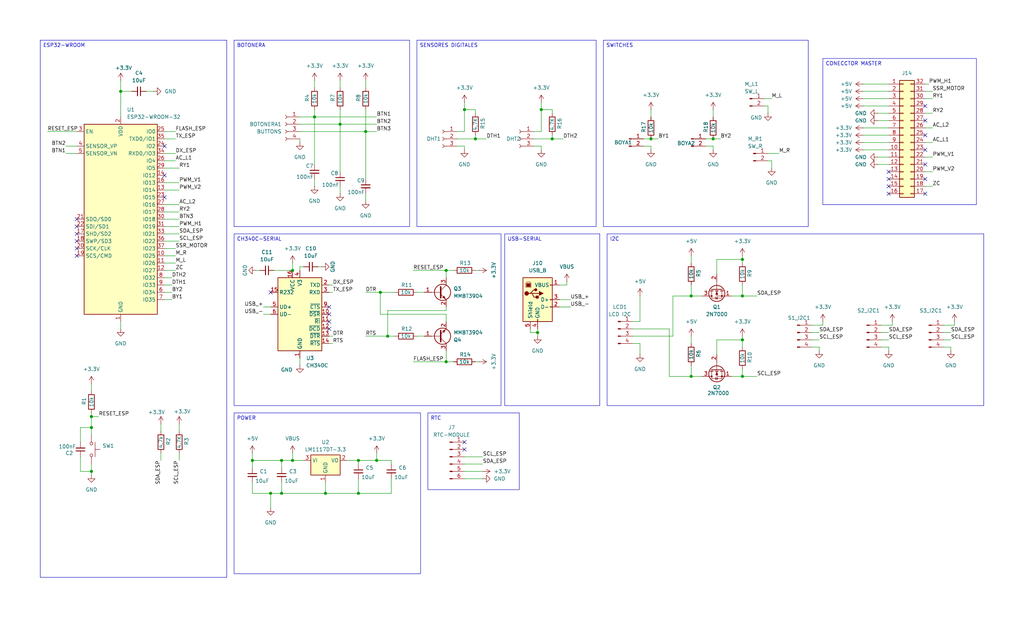
<source format=kicad_sch>
(kicad_sch (version 20250114) (generator "eeschema") (generator_version "9.0")
  (paper "USLegal")
  (title_block (title "CONTROLADORA IOT  - MAIN BOARD") (date "2025-12-11") (company "JESUS TUBAY") (comment 1 "VERSIÓN 2.0"))
  (lib_symbols
    (symbol "Connector:Conn_01x02_Pin" (pin_names (offset 1.016) (hide yes))
      (property "Reference" "J" (at 0 2.54 0))
      (property "Value" "Conn_01x02_Pin" (at 0 -5.08 0))
      (symbol "Conn_01x02_Pin_1_1"
        (pin passive line (at 5.08 0 180) (length 3.81) (name "Pin_1") (number "1"))
        (pin passive line (at 5.08 -2.54 180) (length 3.81) (name "Pin_2") (number "2"))
      )
    )
    (symbol "Connector:Conn_01x03_Socket" (pin_names (offset 1.016) (hide yes))
      (property "Reference" "J" (at 0 5.08 0))
      (property "Value" "Conn_01x03_Socket" (at 0 -5.08 0))
      (symbol "Conn_01x03_Socket_1_1"
        (pin passive line (at -5.08 2.54 0) (length 3.81) (name "Pin_1") (number "1"))
        (pin passive line (at -5.08 0 0) (length 3.81) (name "Pin_2") (number "2"))
        (pin passive line (at -5.08 -2.54 0) (length 3.81) (name "Pin_3") (number "3"))
      )
    )
    (symbol "Connector:Conn_01x04_Pin" (pin_names (offset 1.016) (hide yes))
      (property "Reference" "J" (at 0 5.08 0))
      (property "Value" "Conn_01x04_Pin" (at 0 -7.62 0))
      (symbol "Conn_01x04_Pin_1_1"
        (pin passive line (at 5.08 2.54 180) (length 3.81) (name "Pin_1") (number "1"))
        (pin passive line (at 5.08 0 180) (length 3.81) (name "Pin_2") (number "2"))
        (pin passive line (at 5.08 -2.54 180) (length 3.81) (name "Pin_3") (number "3"))
        (pin passive line (at 5.08 -5.08 180) (length 3.81) (name "Pin_4") (number "4"))
      )
    )
    (symbol "Connector:Conn_01x04_Socket" (pin_names (offset 1.016) (hide yes))
      (property "Reference" "J" (at 0 5.08 0))
      (property "Value" "Conn_01x04_Socket" (at 0 -7.62 0))
      (symbol "Conn_01x04_Socket_1_1"
        (pin passive line (at -5.08 2.54 0) (length 3.81) (name "Pin_1") (number "1"))
        (pin passive line (at -5.08 0 0) (length 3.81) (name "Pin_2") (number "2"))
        (pin passive line (at -5.08 -2.54 0) (length 3.81) (name "Pin_3") (number "3"))
        (pin passive line (at -5.08 -5.08 0) (length 3.81) (name "Pin_4") (number "4"))
      )
    )
    (symbol "Connector:Conn_01x06_Pin" (pin_names (offset 1.016) (hide yes))
      (property "Reference" "J" (at 0 7.62 0))
      (property "Value" "Conn_01x06_Pin" (at 0 -10.16 0))
      (symbol "Conn_01x06_Pin_1_1"
        (pin passive line (at 5.08 5.08 180) (length 3.81) (name "Pin_1") (number "1"))
        (pin passive line (at 5.08 2.54 180) (length 3.81) (name "Pin_2") (number "2"))
        (pin passive line (at 5.08 0 180) (length 3.81) (name "Pin_3") (number "3"))
        (pin passive line (at 5.08 -2.54 180) (length 3.81) (name "Pin_4") (number "4"))
        (pin passive line (at 5.08 -5.08 180) (length 3.81) (name "Pin_5") (number "5"))
        (pin passive line (at 5.08 -7.62 180) (length 3.81) (name "Pin_6") (number "6"))
      )
    )
    (symbol "Connector:USB_B" (pin_names (offset 1.016))
      (property "Reference" "J" (at -5.08 11.43 0))
      (property "Value" "USB_B" (at -5.08 8.89 0))
      (symbol "USB_B_1_1"
        (pin passive line (at -2.54 -10.16 90) (length 2.54) (name "Shield") (number "5"))
        (pin power_out line (at 0 -10.16 90) (length 2.54) (name "GND") (number "4"))
        (pin power_out line (at 7.62 5.08 180) (length 2.54) (name "VBUS") (number "1"))
        (pin bidirectional line (at 7.62 0 180) (length 2.54) (name "D+") (number "3"))
        (pin bidirectional line (at 7.62 -2.54 180) (length 2.54) (name "D-") (number "2"))
      )
    )
    (symbol "Connector_Generic:Conn_02x16_Counter_Clockwise" (pin_names (offset 1.016) (hide yes))
      (property "Reference" "J" (at 1.27 20.32 0))
      (property "Value" "Conn_02x16_Counter_Clockwise" (at 1.27 -22.86 0))
      (symbol "Conn_02x16_Counter_Clockwise_1_1"
        (pin passive line (at -5.08 17.78 0) (length 3.81) (name "Pin_1") (number "1"))
        (pin passive line (at -5.08 15.24 0) (length 3.81) (name "Pin_2") (number "2"))
        (pin passive line (at -5.08 12.7 0) (length 3.81) (name "Pin_3") (number "3"))
        (pin passive line (at -5.08 10.16 0) (length 3.81) (name "Pin_4") (number "4"))
        (pin passive line (at -5.08 7.62 0) (length 3.81) (name "Pin_5") (number "5"))
        (pin passive line (at -5.08 5.08 0) (length 3.81) (name "Pin_6") (number "6"))
        (pin passive line (at -5.08 2.54 0) (length 3.81) (name "Pin_7") (number "7"))
        (pin passive line (at -5.08 0 0) (length 3.81) (name "Pin_8") (number "8"))
        (pin passive line (at -5.08 -2.54 0) (length 3.81) (name "Pin_9") (number "9"))
        (pin passive line (at -5.08 -5.08 0) (length 3.81) (name "Pin_10") (number "10"))
        (pin passive line (at -5.08 -7.62 0) (length 3.81) (name "Pin_11") (number "11"))
        (pin passive line (at -5.08 -10.16 0) (length 3.81) (name "Pin_12") (number "12"))
        (pin passive line (at -5.08 -12.7 0) (length 3.81) (name "Pin_13") (number "13"))
        (pin passive line (at -5.08 -15.24 0) (length 3.81) (name "Pin_14") (number "14"))
        (pin passive line (at -5.08 -17.78 0) (length 3.81) (name "Pin_15") (number "15"))
        (pin passive line (at -5.08 -20.32 0) (length 3.81) (name "Pin_16") (number "16"))
        (pin passive line (at 7.62 17.78 180) (length 3.81) (name "Pin_32") (number "32"))
        (pin passive line (at 7.62 15.24 180) (length 3.81) (name "Pin_31") (number "31"))
        (pin passive line (at 7.62 12.7 180) (length 3.81) (name "Pin_30") (number "30"))
        (pin passive line (at 7.62 10.16 180) (length 3.81) (name "Pin_29") (number "29"))
        (pin passive line (at 7.62 7.62 180) (length 3.81) (name "Pin_28") (number "28"))
        (pin passive line (at 7.62 5.08 180) (length 3.81) (name "Pin_27") (number "27"))
        (pin passive line (at 7.62 2.54 180) (length 3.81) (name "Pin_26") (number "26"))
        (pin passive line (at 7.62 0 180) (length 3.81) (name "Pin_25") (number "25"))
        (pin passive line (at 7.62 -2.54 180) (length 3.81) (name "Pin_24") (number "24"))
        (pin passive line (at 7.62 -5.08 180) (length 3.81) (name "Pin_23") (number "23"))
        (pin passive line (at 7.62 -7.62 180) (length 3.81) (name "Pin_22") (number "22"))
        (pin passive line (at 7.62 -10.16 180) (length 3.81) (name "Pin_21") (number "21"))
        (pin passive line (at 7.62 -12.7 180) (length 3.81) (name "Pin_20") (number "20"))
        (pin passive line (at 7.62 -15.24 180) (length 3.81) (name "Pin_19") (number "19"))
        (pin passive line (at 7.62 -17.78 180) (length 3.81) (name "Pin_18") (number "18"))
        (pin passive line (at 7.62 -20.32 180) (length 3.81) (name "Pin_17") (number "17"))
      )
    )
    (symbol "Device:C_Small" (pin_numbers (hide yes)) (pin_names (offset 0.254) (hide yes))
      (property "Reference" "C" (at 0.254 1.778 0))
      (property "Value" "C_Small" (at 0.254 -2.032 0))
      (symbol "C_Small_1_1"
        (pin passive line (at 0 2.54 270) (length 2.032) (name "~") (number "1"))
        (pin passive line (at 0 -2.54 90) (length 2.032) (name "~") (number "2"))
      )
    )
    (symbol "Device:R" (pin_numbers (hide yes)) (pin_names (offset 0))
      (property "Reference" "R" (at 2.032 0 90))
      (property "Value" "R" (at 0 0 90))
      (symbol "R_1_1"
        (pin passive line (at 0 3.81 270) (length 1.27) (name "~") (number "1"))
        (pin passive line (at 0 -3.81 90) (length 1.27) (name "~") (number "2"))
      )
    )
    (symbol "Interface_USB:CH340C"
      (property "Reference" "U" (at -5.08 13.97 0))
      (property "Value" "CH340C" (at 1.27 13.97 0))
      (symbol "CH340C_1_1"
        (pin input line (at -10.16 7.62 0) (length 2.54) (name "R232") (number "15"))
        (pin bidirectional line (at -10.16 2.54 0) (length 2.54) (name "UD+") (number "5"))
        (pin bidirectional line (at -10.16 0 0) (length 2.54) (name "UD-") (number "6"))
        (pin no_connect line (at -7.62 -5.08 0) (length 2.54) (hide yes) (name "NC") (number "7"))
        (pin no_connect line (at -7.62 -7.62 0) (length 2.54) (hide yes) (name "NC") (number "8"))
        (pin power_in line (at -2.54 15.24 270) (length 2.54) (name "VCC") (number "16"))
        (pin power_out line (at 0 15.24 270) (length 2.54) (name "V3") (number "4"))
        (pin power_in line (at 0 -15.24 90) (length 2.54) (name "GND") (number "1"))
        (pin output line (at 10.16 10.16 180) (length 2.54) (name "TXD") (number "2"))
        (pin input line (at 10.16 7.62 180) (length 2.54) (name "RXD") (number "3"))
        (pin input line (at 10.16 2.54 180) (length 2.54) (name "~{CTS}") (number "9"))
        (pin input line (at 10.16 0 180) (length 2.54) (name "~{DSR}") (number "10"))
        (pin input line (at 10.16 -2.54 180) (length 2.54) (name "~{RI}") (number "11"))
        (pin input line (at 10.16 -5.08 180) (length 2.54) (name "~{DCD}") (number "12"))
        (pin output line (at 10.16 -7.62 180) (length 2.54) (name "~{DTR}") (number "13"))
        (pin output line (at 10.16 -10.16 180) (length 2.54) (name "~{RTS}") (number "14"))
      )
    )
    (symbol "RF_Module:ESP32-WROOM-32"
      (property "Reference" "U" (at -12.7 34.29 0))
      (property "Value" "ESP32-WROOM-32" (at 1.27 34.29 0))
      (symbol "ESP32-WROOM-32_1_1"
        (pin input line (at -15.24 30.48 0) (length 2.54) (name "EN") (number "3"))
        (pin input line (at -15.24 25.4 0) (length 2.54) (name "SENSOR_VP") (number "4"))
        (pin input line (at -15.24 22.86 0) (length 2.54) (name "SENSOR_VN") (number "5"))
        (pin bidirectional line (at -15.24 0 0) (length 2.54) (name "SDO/SD0") (number "21"))
        (pin bidirectional line (at -15.24 -2.54 0) (length 2.54) (name "SDI/SD1") (number "22"))
        (pin bidirectional line (at -15.24 -5.08 0) (length 2.54) (name "SHD/SD2") (number "17"))
        (pin bidirectional line (at -15.24 -7.62 0) (length 2.54) (name "SWP/SD3") (number "18"))
        (pin bidirectional line (at -15.24 -10.16 0) (length 2.54) (name "SCK/CLK") (number "20"))
        (pin bidirectional line (at -15.24 -12.7 0) (length 2.54) (name "SCS/CMD") (number "19"))
        (pin no_connect line (at -12.7 -27.94 0) (length 2.54) (hide yes) (name "NC") (number "32"))
        (pin power_in line (at 0 35.56 270) (length 2.54) (name "VDD") (number "2"))
        (pin power_in line (at 0 -35.56 90) (length 2.54) (name "GND") (number "1"))
        (pin passive line (at 0 -35.56 90) (length 2.54) (hide yes) (name "GND") (number "15"))
        (pin passive line (at 0 -35.56 90) (length 2.54) (hide yes) (name "GND") (number "38"))
        (pin passive line (at 0 -35.56 90) (length 2.54) (hide yes) (name "GND") (number "39"))
        (pin bidirectional line (at 15.24 30.48 180) (length 2.54) (name "IO0") (number "25"))
        (pin bidirectional line (at 15.24 27.94 180) (length 2.54) (name "TXD0/IO1") (number "35"))
        (pin bidirectional line (at 15.24 25.4 180) (length 2.54) (name "IO2") (number "24"))
        (pin bidirectional line (at 15.24 22.86 180) (length 2.54) (name "RXD0/IO3") (number "34"))
        (pin bidirectional line (at 15.24 20.32 180) (length 2.54) (name "IO4") (number "26"))
        (pin bidirectional line (at 15.24 17.78 180) (length 2.54) (name "IO5") (number "29"))
        (pin bidirectional line (at 15.24 15.24 180) (length 2.54) (name "IO12") (number "14"))
        (pin bidirectional line (at 15.24 12.7 180) (length 2.54) (name "IO13") (number "16"))
        (pin bidirectional line (at 15.24 10.16 180) (length 2.54) (name "IO14") (number "13"))
        (pin bidirectional line (at 15.24 7.62 180) (length 2.54) (name "IO15") (number "23"))
        (pin bidirectional line (at 15.24 5.08 180) (length 2.54) (name "IO16") (number "27"))
        (pin bidirectional line (at 15.24 2.54 180) (length 2.54) (name "IO17") (number "28"))
        (pin bidirectional line (at 15.24 0 180) (length 2.54) (name "IO18") (number "30"))
        (pin bidirectional line (at 15.24 -2.54 180) (length 2.54) (name "IO19") (number "31"))
        (pin bidirectional line (at 15.24 -5.08 180) (length 2.54) (name "IO21") (number "33"))
        (pin bidirectional line (at 15.24 -7.62 180) (length 2.54) (name "IO22") (number "36"))
        (pin bidirectional line (at 15.24 -10.16 180) (length 2.54) (name "IO23") (number "37"))
        (pin bidirectional line (at 15.24 -12.7 180) (length 2.54) (name "IO25") (number "10"))
        (pin bidirectional line (at 15.24 -15.24 180) (length 2.54) (name "IO26") (number "11"))
        (pin bidirectional line (at 15.24 -17.78 180) (length 2.54) (name "IO27") (number "12"))
        (pin bidirectional line (at 15.24 -20.32 180) (length 2.54) (name "IO32") (number "8"))
        (pin bidirectional line (at 15.24 -22.86 180) (length 2.54) (name "IO33") (number "9"))
        (pin input line (at 15.24 -25.4 180) (length 2.54) (name "IO34") (number "6"))
        (pin input line (at 15.24 -27.94 180) (length 2.54) (name "IO35") (number "7"))
      )
    )
    (symbol "Regulator_Linear:LM1117DT-3.3"
      (property "Reference" "U" (at -3.81 3.175 0))
      (property "Value" "LM1117DT-3.3" (at 0 3.175 0))
      (symbol "LM1117DT-3.3_1_1"
        (pin power_in line (at -7.62 0 0) (length 2.54) (name "VI") (number "3"))
        (pin power_in line (at 0 -7.62 90) (length 2.54) (name "GND") (number "1"))
        (pin power_out line (at 7.62 0 180) (length 2.54) (name "VO") (number "2"))
      )
    )
    (symbol "Switch:SW_Push" (pin_numbers (hide yes)) (pin_names (offset 1.016) (hide yes))
      (property "Reference" "SW" (at 1.27 2.54 0))
      (property "Value" "SW_Push" (at 0 -1.524 0))
      (symbol "SW_Push_0_1"
        (pin passive line (at -5.08 0 0) (length 2.54) (name "1") (number "1"))
        (pin passive line (at 5.08 0 180) (length 2.54) (name "2") (number "2"))
      )
    )
    (symbol "Transistor_BJT:MMBT3904" (pin_names (offset 0) (hide yes))
      (property "Reference" "Q" (at 5.08 1.905 0))
      (property "Value" "MMBT3904" (at 5.08 0 0))
      (symbol "MMBT3904_1_1"
        (pin input line (at -5.08 0 0) (length 2.54) (name "B") (number "1"))
        (pin passive line (at 2.54 5.08 270) (length 2.54) (name "C") (number "3"))
        (pin passive line (at 2.54 -5.08 90) (length 2.54) (name "E") (number "2"))
      )
    )
    (symbol "Transistor_FET:2N7000" (pin_names (hide yes))
      (property "Reference" "Q" (at 5.08 1.905 0))
      (property "Value" "2N7000" (at 5.08 0 0))
      (symbol "2N7000_1_1"
        (pin input line (at -5.08 0 0) (length 2.54) (name "G") (number "2"))
        (pin passive line (at 2.54 5.08 270) (length 2.54) (name "D") (number "3"))
        (pin passive line (at 2.54 -5.08 90) (length 2.54) (name "S") (number "1"))
      )
    )
    (symbol "power:+3.3V" (power) (pin_numbers (hide yes)) (pin_names (offset 0) (hide yes))
      (property "Value" "+3.3V" (at 0 3.556 0))
      (symbol "+3.3V_1_1"
        (pin power_in line (at 0 0 90) (length 0) (name "~") (number "1"))
      )
    )
    (symbol "power:+5V" (power) (pin_numbers (hide yes)) (pin_names (offset 0) (hide yes))
      (property "Value" "+5V" (at 0 3.556 0))
      (symbol "+5V_1_1"
        (pin power_in line (at 0 0 90) (length 0) (name "~") (number "1"))
      )
    )
    (symbol "power:GND" (power) (pin_numbers (hide yes)) (pin_names (offset 0) (hide yes))
      (property "Value" "GND" (at 0 -3.81 0))
      (symbol "GND_1_1"
        (pin power_in line (at 0 0 270) (length 0) (name "~") (number "1"))
      )
    )
    (symbol "power:VBUS" (power) (pin_numbers (hide yes)) (pin_names (offset 0) (hide yes))
      (property "Value" "VBUS" (at 0 3.556 0))
      (symbol "VBUS_1_1"
        (pin power_in line (at 0 0 90) (length 0) (name "~") (number "1"))
      )
    )
  )
  (text_box "CH340C-SERIAL\n" (at 81.28 81.28 0) (size 92.71 59.69) (margins 0.9525 0.9525 0.9525 0.9525) (effects (font (size 1.27 1.27)) (justify left top)))
  (text_box "BOTONERA" (at 81.28 13.97 0) (size 60.96 64.77) (margins 0.9525 0.9525 0.9525 0.9525) (effects (font (size 1.27 1.27)) (justify left top)))
  (text_box "ESP32-WROOM\n" (at 13.97 13.97 0) (size 64.77 186.69) (margins 0.9525 0.9525 0.9525 0.9525) (effects (font (size 1.27 1.27)) (justify left top)))
  (text_box "SENSORES DIGITALES" (at 144.78 13.97 0) (size 62.23 64.77) (margins 0.9525 0.9525 0.9525 0.9525) (effects (font (size 1.27 1.27)) (justify left top)))
  (text_box "USB-SERIAL" (at 175.26 81.28 0) (size 33.02 59.69) (margins 0.9525 0.9525 0.9525 0.9525) (effects (font (size 1.27 1.27)) (justify left top)))
  (text_box "I2C" (at 210.82 81.28 0) (size 130.81 59.69) (margins 0.9525 0.9525 0.9525 0.9525) (effects (font (size 1.27 1.27)) (justify left top)))
  (text_box "SWITCHES\n" (at 209.55 13.97 0) (size 71.12 64.77) (margins 0.9525 0.9525 0.9525 0.9525) (effects (font (size 1.27 1.27)) (justify left top)))
  (text_box "RTC\n" (at 148.59 143.51 0) (size 31.75 26.67) (margins 0.9525 0.9525 0.9525 0.9525) (effects (font (size 1.27 1.27)) (justify left top)))
  (text_box "POWER\n" (at 81.28 143.51 0) (size 64.77 55.88) (margins 0.9525 0.9525 0.9525 0.9525) (effects (font (size 1.27 1.27)) (justify left top)))
  (text_box "CONECCTOR MASTER\n" (at 285.75 20.32 0) (size 53.34 50.8) (margins 0.9525 0.9525 0.9525 0.9525) (effects (font (size 1.27 1.27)) (justify left top)))
  (junction (at 127 45.72))
  (junction (at 191.77 48.26))
  (junction (at 101.6 93.98))
  (junction (at 93.98 171.45))
  (junction (at 257.81 90.17))
  (junction (at 226.06 48.26))
  (junction (at 124.46 160.02))
  (junction (at 186.69 115.57))
  (junction (at 257.81 118.11))
  (junction (at 109.22 40.64))
  (junction (at 240.03 102.87))
  (junction (at 87.63 160.02))
  (junction (at 97.79 160.02))
  (junction (at 154.94 93.98))
  (junction (at 165.1 48.26))
  (junction (at 31.75 163.83))
  (junction (at 41.91 31.75))
  (junction (at 257.81 130.81))
  (junction (at 134.62 116.84))
  (junction (at 101.6 160.02))
  (junction (at 113.03 171.45))
  (junction (at 257.81 102.87))
  (junction (at 247.65 48.26))
  (junction (at 187.96 38.1))
  (junction (at 118.11 43.18))
  (junction (at 31.75 144.78))
  (junction (at 97.79 171.45))
  (junction (at 124.46 171.45))
  (junction (at 154.94 125.73))
  (junction (at 240.03 130.81))
  (junction (at 130.81 160.02))
  (junction (at 161.29 38.1))
  (junction (at 132.08 101.6))
  (junction (at 31.75 148.59))
  (no_connect (at 161.29 156.21))
  (no_connect (at 321.31 36.83))
  (no_connect (at 308.61 64.77))
  (no_connect (at 26.67 76.2))
  (no_connect (at 93.98 101.6))
  (no_connect (at 26.67 83.82))
  (no_connect (at 321.31 52.07))
  (no_connect (at 57.15 68.58))
  (no_connect (at 321.31 62.23))
  (no_connect (at 321.31 46.99))
  (no_connect (at 114.3 106.68))
  (no_connect (at 26.67 86.36))
  (no_connect (at 26.67 88.9))
  (no_connect (at 308.61 67.31))
  (no_connect (at 321.31 67.31))
  (no_connect (at 161.29 153.67))
  (no_connect (at 114.3 111.76))
  (no_connect (at 114.3 109.22))
  (no_connect (at 321.31 57.15))
  (no_connect (at 57.15 60.96))
  (no_connect (at 26.67 78.74))
  (no_connect (at 26.67 81.28))
  (no_connect (at 114.3 114.3))
  (no_connect (at 57.15 50.8))
  (no_connect (at 321.31 41.91))
  (no_connect (at 308.61 59.69))
  (no_connect (at 308.61 62.23))
  (wire (pts (xy 113.03 167.64) (xy 113.03 171.45)))
  (wire (pts (xy 284.48 120.65) (xy 281.94 120.65)))
  (wire (pts (xy 130.81 160.02) (xy 135.89 160.02)))
  (wire (pts (xy 257.81 90.17) (xy 257.81 91.44)))
  (wire (pts (xy 104.14 40.64) (xy 109.22 40.64)))
  (wire (pts (xy 104.14 43.18) (xy 118.11 43.18)))
  (wire (pts (xy 226.06 50.8) (xy 223.52 50.8)))
  (wire (pts (xy 187.96 35.56) (xy 187.96 38.1)))
  (wire (pts (xy 161.29 45.72) (xy 158.75 45.72)))
  (wire (pts (xy 127 45.72) (xy 127 62.23)))
  (wire (pts (xy 232.41 114.3) (xy 232.41 130.81)))
  (wire (pts (xy 232.41 130.81) (xy 240.03 130.81)))
  (wire (pts (xy 57.15 71.12) (xy 62.23 71.12)))
  (wire (pts (xy 113.03 171.45) (xy 97.79 171.45)))
  (wire (pts (xy 57.15 53.34) (xy 60.96 53.34)))
  (wire (pts (xy 257.81 130.81) (xy 262.89 130.81)))
  (wire (pts (xy 154.94 107.95) (xy 134.62 107.95)))
  (wire (pts (xy 309.88 111.76) (xy 309.88 113.03)))
  (wire (pts (xy 31.75 144.78) (xy 34.29 144.78)))
  (wire (pts (xy 219.71 116.84) (xy 233.68 116.84)))
  (wire (pts (xy 161.29 35.56) (xy 161.29 38.1)))
  (wire (pts (xy 55.88 157.48) (xy 55.88 160.02)))
  (wire (pts (xy 109.22 40.64) (xy 109.22 57.15)))
  (wire (pts (xy 115.57 101.6) (xy 114.3 101.6)))
  (wire (pts (xy 284.48 115.57) (xy 281.94 115.57)))
  (wire (pts (xy 88.9 93.98) (xy 90.17 93.98)))
  (wire (pts (xy 59.69 96.52) (xy 57.15 96.52)))
  (wire (pts (xy 257.81 88.9) (xy 257.81 90.17)))
  (wire (pts (xy 104.14 92.71) (xy 104.14 93.98)))
  (wire (pts (xy 127 67.31) (xy 127 69.85)))
  (wire (pts (xy 248.92 118.11) (xy 257.81 118.11)))
  (wire (pts (xy 41.91 111.76) (xy 41.91 114.3)))
  (wire (pts (xy 127 27.94) (xy 127 30.48)))
  (wire (pts (xy 87.63 160.02) (xy 97.79 160.02)))
  (wire (pts (xy 57.15 76.2) (xy 62.23 76.2)))
  (wire (pts (xy 191.77 48.26) (xy 195.58 48.26)))
  (wire (pts (xy 184.15 114.3) (xy 184.15 115.57)))
  (wire (pts (xy 124.46 160.02) (xy 130.81 160.02)))
  (wire (pts (xy 158.75 50.8) (xy 161.29 50.8)))
  (wire (pts (xy 165.1 39.37) (xy 165.1 38.1)))
  (wire (pts (xy 95.25 93.98) (xy 101.6 93.98)))
  (wire (pts (xy 57.15 58.42) (xy 62.23 58.42)))
  (wire (pts (xy 323.85 49.53) (xy 321.31 49.53)))
  (wire (pts (xy 109.22 38.1) (xy 109.22 40.64)))
  (wire (pts (xy 187.96 45.72) (xy 185.42 45.72)))
  (wire (pts (xy 165.1 48.26) (xy 168.91 48.26)))
  (wire (pts (xy 330.2 120.65) (xy 327.66 120.65)))
  (wire (pts (xy 27.94 158.75) (xy 27.94 163.83)))
  (wire (pts (xy 330.2 115.57) (xy 327.66 115.57)))
  (wire (pts (xy 45.72 31.75) (xy 41.91 31.75)))
  (wire (pts (xy 135.89 160.02) (xy 135.89 161.29)))
  (wire (pts (xy 323.85 31.75) (xy 321.31 31.75)))
  (wire (pts (xy 265.43 36.83) (xy 266.7 36.83)))
  (wire (pts (xy 304.8 39.37) (xy 308.61 39.37)))
  (wire (pts (xy 124.46 160.02) (xy 124.46 161.29)))
  (wire (pts (xy 304.8 54.61) (xy 308.61 54.61)))
  (wire (pts (xy 101.6 160.02) (xy 105.41 160.02)))
  (wire (pts (xy 266.7 55.88) (xy 267.97 55.88)))
  (wire (pts (xy 330.2 118.11) (xy 327.66 118.11)))
  (wire (pts (xy 105.41 92.71) (xy 104.14 92.71)))
  (wire (pts (xy 240.03 127) (xy 240.03 130.81)))
  (wire (pts (xy 97.79 167.64) (xy 97.79 171.45)))
  (wire (pts (xy 22.86 50.8) (xy 26.67 50.8)))
  (wire (pts (xy 248.92 90.17) (xy 257.81 90.17)))
  (wire (pts (xy 222.25 123.19) (xy 222.25 119.38)))
  (wire (pts (xy 118.11 43.18) (xy 118.11 59.69)))
  (wire (pts (xy 330.2 121.92) (xy 330.2 120.65)))
  (wire (pts (xy 57.15 78.74) (xy 62.23 78.74)))
  (wire (pts (xy 323.85 34.29) (xy 321.31 34.29)))
  (wire (pts (xy 243.84 130.81) (xy 240.03 130.81)))
  (wire (pts (xy 87.63 157.48) (xy 87.63 160.02)))
  (wire (pts (xy 130.81 157.48) (xy 130.81 160.02)))
  (wire (pts (xy 323.85 54.61) (xy 321.31 54.61)))
  (wire (pts (xy 323.85 39.37) (xy 321.31 39.37)))
  (wire (pts (xy 257.81 118.11) (xy 257.81 120.65)))
  (wire (pts (xy 109.22 27.94) (xy 109.22 30.48)))
  (wire (pts (xy 240.03 88.9) (xy 240.03 91.44)))
  (wire (pts (xy 299.72 31.75) (xy 308.61 31.75)))
  (wire (pts (xy 222.25 111.76) (xy 219.71 111.76)))
  (wire (pts (xy 41.91 31.75) (xy 41.91 40.64)))
  (wire (pts (xy 185.42 50.8) (xy 187.96 50.8)))
  (wire (pts (xy 91.44 109.22) (xy 93.98 109.22)))
  (wire (pts (xy 154.94 121.92) (xy 154.94 125.73)))
  (wire (pts (xy 154.94 93.98) (xy 157.48 93.98)))
  (wire (pts (xy 118.11 64.77) (xy 118.11 67.31)))
  (wire (pts (xy 194.31 106.68) (xy 198.12 106.68)))
  (wire (pts (xy 308.61 120.65) (xy 306.07 120.65)))
  (wire (pts (xy 247.65 38.1) (xy 247.65 40.64)))
  (wire (pts (xy 87.63 167.64) (xy 87.63 171.45)))
  (wire (pts (xy 191.77 39.37) (xy 191.77 38.1)))
  (wire (pts (xy 111.76 92.71) (xy 110.49 92.71)))
  (wire (pts (xy 265.43 34.29) (xy 267.97 34.29)))
  (wire (pts (xy 118.11 43.18) (xy 130.81 43.18)))
  (wire (pts (xy 304.8 41.91) (xy 308.61 41.91)))
  (wire (pts (xy 143.51 125.73) (xy 154.94 125.73)))
  (wire (pts (xy 27.94 163.83) (xy 31.75 163.83)))
  (wire (pts (xy 124.46 166.37) (xy 124.46 171.45)))
  (wire (pts (xy 299.72 46.99) (xy 308.61 46.99)))
  (wire (pts (xy 247.65 48.26) (xy 250.19 48.26)))
  (wire (pts (xy 219.71 114.3) (xy 232.41 114.3)))
  (wire (pts (xy 59.69 101.6) (xy 57.15 101.6)))
  (wire (pts (xy 257.81 102.87) (xy 262.89 102.87)))
  (wire (pts (xy 93.98 171.45) (xy 93.98 176.53)))
  (wire (pts (xy 322.58 29.21) (xy 321.31 29.21)))
  (wire (pts (xy 101.6 157.48) (xy 101.6 160.02)))
  (wire (pts (xy 57.15 88.9) (xy 60.96 88.9)))
  (wire (pts (xy 285.75 111.76) (xy 285.75 113.03)))
  (wire (pts (xy 327.66 113.03) (xy 331.47 113.03)))
  (wire (pts (xy 120.65 160.02) (xy 124.46 160.02)))
  (wire (pts (xy 22.86 53.34) (xy 26.67 53.34)))
  (wire (pts (xy 191.77 38.1) (xy 187.96 38.1)))
  (wire (pts (xy 115.57 116.84) (xy 114.3 116.84)))
  (wire (pts (xy 97.79 160.02) (xy 101.6 160.02)))
  (wire (pts (xy 257.81 99.06) (xy 257.81 102.87)))
  (wire (pts (xy 59.69 104.14) (xy 57.15 104.14)))
  (wire (pts (xy 31.75 165.1) (xy 31.75 163.83)))
  (wire (pts (xy 331.47 111.76) (xy 331.47 113.03)))
  (wire (pts (xy 127 116.84) (xy 134.62 116.84)))
  (wire (pts (xy 57.15 91.44) (xy 60.96 91.44)))
  (wire (pts (xy 257.81 130.81) (xy 254 130.81)))
  (wire (pts (xy 91.44 106.68) (xy 93.98 106.68)))
  (wire (pts (xy 27.94 153.67) (xy 27.94 148.59)))
  (wire (pts (xy 245.11 48.26) (xy 247.65 48.26)))
  (wire (pts (xy 57.15 48.26) (xy 60.96 48.26)))
  (wire (pts (xy 127 38.1) (xy 127 45.72)))
  (wire (pts (xy 299.72 52.07) (xy 308.61 52.07)))
  (wire (pts (xy 299.72 34.29) (xy 308.61 34.29)))
  (wire (pts (xy 55.88 147.32) (xy 55.88 149.86)))
  (wire (pts (xy 284.48 121.92) (xy 284.48 120.65)))
  (wire (pts (xy 154.94 107.95) (xy 154.94 106.68)))
  (wire (pts (xy 115.57 119.38) (xy 114.3 119.38)))
  (wire (pts (xy 154.94 111.76) (xy 154.94 109.22)))
  (wire (pts (xy 57.15 66.04) (xy 62.23 66.04)))
  (wire (pts (xy 154.94 93.98) (xy 154.94 96.52)))
  (wire (pts (xy 323.85 64.77) (xy 321.31 64.77)))
  (wire (pts (xy 59.69 99.06) (xy 57.15 99.06)))
  (wire (pts (xy 247.65 52.07) (xy 247.65 50.8)))
  (wire (pts (xy 57.15 93.98) (xy 60.96 93.98)))
  (wire (pts (xy 223.52 48.26) (xy 226.06 48.26)))
  (wire (pts (xy 186.69 114.3) (xy 186.69 115.57)))
  (wire (pts (xy 97.79 171.45) (xy 93.98 171.45)))
  (wire (pts (xy 27.94 148.59) (xy 31.75 148.59)))
  (wire (pts (xy 154.94 109.22) (xy 132.08 109.22)))
  (wire (pts (xy 226.06 48.26) (xy 228.6 48.26)))
  (wire (pts (xy 109.22 62.23) (xy 109.22 64.77)))
  (wire (pts (xy 266.7 53.34) (xy 270.51 53.34)))
  (wire (pts (xy 57.15 86.36) (xy 60.96 86.36)))
  (wire (pts (xy 187.96 38.1) (xy 187.96 45.72)))
  (wire (pts (xy 124.46 171.45) (xy 113.03 171.45)))
  (wire (pts (xy 284.48 118.11) (xy 281.94 118.11)))
  (wire (pts (xy 196.85 97.79) (xy 196.85 99.06)))
  (wire (pts (xy 240.03 116.84) (xy 240.03 119.38)))
  (wire (pts (xy 222.25 119.38) (xy 219.71 119.38)))
  (wire (pts (xy 104.14 48.26) (xy 104.14 49.53)))
  (wire (pts (xy 267.97 55.88) (xy 267.97 58.42)))
  (wire (pts (xy 187.96 50.8) (xy 187.96 52.07)))
  (wire (pts (xy 233.68 102.87) (xy 240.03 102.87)))
  (wire (pts (xy 166.37 93.98) (xy 165.1 93.98)))
  (wire (pts (xy 323.85 59.69) (xy 321.31 59.69)))
  (wire (pts (xy 257.81 102.87) (xy 254 102.87)))
  (wire (pts (xy 308.61 115.57) (xy 306.07 115.57)))
  (wire (pts (xy 132.08 101.6) (xy 137.16 101.6)))
  (wire (pts (xy 165.1 46.99) (xy 165.1 48.26)))
  (wire (pts (xy 248.92 123.19) (xy 248.92 118.11)))
  (wire (pts (xy 191.77 46.99) (xy 191.77 48.26)))
  (wire (pts (xy 135.89 166.37) (xy 135.89 171.45)))
  (wire (pts (xy 118.11 38.1) (xy 118.11 43.18)))
  (wire (pts (xy 57.15 81.28) (xy 62.23 81.28)))
  (wire (pts (xy 233.68 116.84) (xy 233.68 102.87)))
  (wire (pts (xy 134.62 116.84) (xy 137.16 116.84)))
  (wire (pts (xy 57.15 55.88) (xy 60.96 55.88)))
  (wire (pts (xy 118.11 27.94) (xy 118.11 30.48)))
  (wire (pts (xy 186.69 115.57) (xy 186.69 116.84)))
  (wire (pts (xy 143.51 93.98) (xy 154.94 93.98)))
  (wire (pts (xy 62.23 157.48) (xy 62.23 160.02)))
  (wire (pts (xy 281.94 113.03) (xy 285.75 113.03)))
  (wire (pts (xy 226.06 52.07) (xy 226.06 50.8)))
  (wire (pts (xy 60.96 45.72) (xy 57.15 45.72)))
  (wire (pts (xy 31.75 144.78) (xy 31.75 148.59)))
  (wire (pts (xy 134.62 107.95) (xy 134.62 116.84)))
  (wire (pts (xy 308.61 121.92) (xy 308.61 120.65)))
  (wire (pts (xy 299.72 49.53) (xy 308.61 49.53)))
  (wire (pts (xy 57.15 83.82) (xy 62.23 83.82)))
  (wire (pts (xy 158.75 48.26) (xy 165.1 48.26)))
  (wire (pts (xy 87.63 160.02) (xy 87.63 162.56)))
  (wire (pts (xy 185.42 48.26) (xy 191.77 48.26)))
  (wire (pts (xy 161.29 166.37) (xy 167.64 166.37)))
  (wire (pts (xy 304.8 57.15) (xy 308.61 57.15)))
  (wire (pts (xy 115.57 99.06) (xy 114.3 99.06)))
  (wire (pts (xy 161.29 158.75) (xy 167.64 158.75)))
  (wire (pts (xy 222.25 102.87) (xy 222.25 111.76)))
  (wire (pts (xy 101.6 93.98) (xy 101.6 91.44)))
  (wire (pts (xy 240.03 99.06) (xy 240.03 102.87)))
  (wire (pts (xy 109.22 40.64) (xy 130.81 40.64)))
  (wire (pts (xy 257.81 116.84) (xy 257.81 118.11)))
  (wire (pts (xy 266.7 36.83) (xy 266.7 39.37)))
  (wire (pts (xy 57.15 63.5) (xy 62.23 63.5)))
  (wire (pts (xy 165.1 38.1) (xy 161.29 38.1)))
  (wire (pts (xy 127 101.6) (xy 132.08 101.6)))
  (wire (pts (xy 196.85 99.06) (xy 194.31 99.06)))
  (wire (pts (xy 161.29 38.1) (xy 161.29 45.72)))
  (wire (pts (xy 299.72 29.21) (xy 308.61 29.21)))
  (wire (pts (xy 299.72 44.45) (xy 308.61 44.45)))
  (wire (pts (xy 166.37 125.73) (xy 165.1 125.73)))
  (wire (pts (xy 31.75 143.51) (xy 31.75 144.78)))
  (wire (pts (xy 62.23 147.32) (xy 62.23 149.86)))
  (wire (pts (xy 93.98 171.45) (xy 87.63 171.45)))
  (wire (pts (xy 16.51 45.72) (xy 26.67 45.72)))
  (wire (pts (xy 306.07 113.03) (xy 309.88 113.03)))
  (wire (pts (xy 161.29 163.83) (xy 167.64 163.83)))
  (wire (pts (xy 132.08 109.22) (xy 132.08 101.6)))
  (wire (pts (xy 50.8 31.75) (xy 53.34 31.75)))
  (wire (pts (xy 161.29 50.8) (xy 161.29 52.07)))
  (wire (pts (xy 194.31 104.14) (xy 198.12 104.14)))
  (wire (pts (xy 104.14 124.46) (xy 104.14 127)))
  (wire (pts (xy 257.81 128.27) (xy 257.81 130.81)))
  (wire (pts (xy 161.29 161.29) (xy 167.64 161.29)))
  (wire (pts (xy 31.75 148.59) (xy 31.75 151.13)))
  (wire (pts (xy 226.06 38.1) (xy 226.06 40.64)))
  (wire (pts (xy 31.75 133.35) (xy 31.75 135.89)))
  (wire (pts (xy 154.94 125.73) (xy 157.48 125.73)))
  (wire (pts (xy 184.15 115.57) (xy 186.69 115.57)))
  (wire (pts (xy 104.14 45.72) (xy 127 45.72)))
  (wire (pts (xy 135.89 171.45) (xy 124.46 171.45)))
  (wire (pts (xy 299.72 36.83) (xy 308.61 36.83)))
  (wire (pts (xy 323.85 44.45) (xy 321.31 44.45)))
  (wire (pts (xy 31.75 163.83) (xy 31.75 161.29)))
  (wire (pts (xy 97.79 162.56) (xy 97.79 160.02)))
  (wire (pts (xy 144.78 116.84) (xy 147.32 116.84)))
  (wire (pts (xy 243.84 102.87) (xy 240.03 102.87)))
  (wire (pts (xy 57.15 73.66) (xy 62.23 73.66)))
  (wire (pts (xy 248.92 95.25) (xy 248.92 90.17)))
  (wire (pts (xy 144.78 101.6) (xy 147.32 101.6)))
  (wire (pts (xy 127 45.72) (xy 130.81 45.72)))
  (wire (pts (xy 247.65 50.8) (xy 245.11 50.8)))
  (wire (pts (xy 308.61 118.11) (xy 306.07 118.11)))
  (wire (pts (xy 41.91 31.75) (xy 41.91 27.94)))
  (label "SDA_ESP" (at 262.89 102.87 0))
  (label "BY2" (at 250.19 48.26 0))
  (label "TX_ESP" (at 115.57 101.6 0))
  (label "AC_L2" (at 62.23 71.12 0))
  (label "BTN2" (at 130.81 43.18 0))
  (label "RY1" (at 323.85 34.29 0))
  (label "SCL_ESP" (at 284.48 118.11 0))
  (label "USB_+" (at 198.12 104.14 0))
  (label "M_R" (at 270.51 53.34 0))
  (label "SSR_MOTOR" (at 323.85 31.75 0))
  (label "RESET_ESP" (at 34.29 144.78 0))
  (label "RY2" (at 323.85 39.37 0))
  (label "BTN3" (at 130.81 45.72 0))
  (label "PWM_H1" (at 62.23 78.74 0))
  (label "SSR_MOTOR" (at 60.96 86.36 0))
  (label "BTN1" (at 130.81 40.64 0))
  (label "BTN2" (at 22.86 50.8 180))
  (label "DTH2" (at 59.69 96.52 0))
  (label "FLASH_ESP" (at 60.96 45.72 0))
  (label "SDA_ESP" (at 62.23 81.28 0))
  (label "BY1" (at 59.69 104.14 0))
  (label "M_R" (at 60.96 88.9 0))
  (label "DX_ESP" (at 60.96 53.34 0))
  (label "PWM_V1" (at 62.23 63.5 0))
  (label "RTS" (at 127 116.84 0))
  (label "PWM_V1" (at 323.85 54.61 0))
  (label "BTN1" (at 22.86 53.34 180))
  (label "RTS" (at 115.57 119.38 0))
  (label "SDA_ESP" (at 167.64 161.29 0))
  (label "FLASH_ESP" (at 143.51 125.73 0))
  (label "PWM_V2" (at 62.23 66.04 0))
  (label "DTH2" (at 195.58 48.26 0))
  (label "PWM_H1" (at 322.58 29.21 0))
  (label "DTR" (at 115.57 116.84 0))
  (label "SDA_ESP" (at 284.48 115.57 0))
  (label "SCL_ESP" (at 308.61 118.11 0))
  (label "SCL_ESP" (at 62.23 83.82 0))
  (label "DTH1" (at 59.69 99.06 0))
  (label "RESET_ESP" (at 16.51 45.72 0))
  (label "SCL_ESP" (at 62.23 160.02 270))
  (label "PWM_V2" (at 323.85 59.69 0))
  (label "SDA_ESP" (at 308.61 115.57 0))
  (label "M_L" (at 267.97 34.29 0))
  (label "AC_L1" (at 323.85 49.53 0))
  (label "USB_-" (at 198.12 106.68 0))
  (label "SDA_ESP" (at 330.2 115.57 0))
  (label "BTN3" (at 62.23 76.2 0))
  (label "M_L" (at 60.96 91.44 0))
  (label "BY2" (at 59.69 101.6 0))
  (label "ZC" (at 323.85 64.77 0))
  (label "TX_ESP" (at 60.96 48.26 0))
  (label "DX_ESP" (at 115.57 99.06 0))
  (label "RY2" (at 62.23 73.66 0))
  (label "ZC" (at 60.96 93.98 0))
  (label "AC_L2" (at 323.85 44.45 0))
  (label "RY1" (at 62.23 58.42 0))
  (label "SCL_ESP" (at 330.2 118.11 0))
  (label "USB_-" (at 91.44 109.22 180))
  (label "USB_+" (at 91.44 106.68 180))
  (label "DTR" (at 127 101.6 0))
  (label "SCL_ESP" (at 167.64 158.75 0))
  (label "SCL_ESP" (at 262.89 130.81 0))
  (label "AC_L1" (at 60.96 55.88 0))
  (label "BY1" (at 228.6 48.26 0))
  (label "RESET_ESP" (at 143.51 93.98 0))
  (label "SDA_ESP" (at 55.88 160.02 270))
  (label "DTH1" (at 168.91 48.26 0))
  (symbol (lib_id "power:+3.3V") (at 161.29 35.56 0) (unit 1)
    (property "Reference" "#PWR027" (effects (hide yes)))
    (property "Value" "+3.3V" (at 161.29 30.48 0))
    (property "Description" "Power symbol creates a global label with name \"+3.3V\"" (effects (hide yes)))
  )
  (symbol (lib_id "power:GND") (at 161.29 52.07 0) (unit 1)
    (property "Reference" "#PWR028" (effects (hide yes)))
    (property "Value" "GND" (at 161.29 57.15 0))
    (property "Description" "Power symbol creates a global label with name \"GND\" , ground" (effects (hide yes)))
  )
  (symbol (lib_id "Transistor_BJT:MMBT3904") (at 152.4 116.84 0) (mirror x) (unit 1)
    (property "Reference" "Q4" (at 157.48 118.1101 0) (effects (justify left)))
    (property "Value" "MMBT3904" (at 157.48 115.5701 0) (effects (justify left)))
    (property "Footprint" "Package_TO_SOT_SMD:SOT-23" (effects (hide yes)))
    (property "Datasheet" "https://www.onsemi.com/pdf/datasheet/pzt3904-d.pdf" (effects (hide yes)))
    (property "Description" "0.2A Ic, 40V Vce, Small Signal NPN Transistor, SOT-23" (effects (hide yes)))
  )
  (symbol (lib_id "power:GND") (at 127 69.85 0) (unit 1)
    (property "Reference" "#PWR024" (effects (hide yes)))
    (property "Value" "GND" (at 127 74.93 0))
    (property "Description" "Power symbol creates a global label with name \"GND\" , ground" (effects (hide yes)))
  )
  (symbol (lib_id "power:VBUS") (at 196.85 97.79 0) (unit 1)
    (property "Reference" "#PWR044" (effects (hide yes)))
    (property "Value" "VBUS" (at 196.85 92.71 0))
    (property "Description" "Power symbol creates a global label with name \"VBUS\"" (effects (hide yes)))
  )
  (symbol (lib_id "power:+3.3V") (at 247.65 38.1 0) (mirror y) (unit 1)
    (property "Reference" "#PWR045" (effects (hide yes)))
    (property "Value" "+3.3V" (at 247.65 33.02 0))
    (property "Description" "Power symbol creates a global label with name \"+3.3V\"" (effects (hide yes)))
  )
  (symbol (lib_id "power:+3.3V") (at 167.64 163.83 270) (unit 1)
    (property "Reference" "#PWR037" (effects (hide yes)))
    (property "Value" "+3.3V" (at 171.45 163.8299 90) (effects (justify left)))
    (property "Description" "Power symbol creates a global label with name \"+3.3V\"" (effects (hide yes)))
  )
  (symbol (lib_id "Device:R") (at 118.11 34.29 0) (unit 1)
    (property "Reference" "R7" (at 115.57 34.036 90))
    (property "Value" "10k" (at 118.11 34.29 90))
    (property "Footprint" "Resistor_SMD:R_0805_2012Metric" (effects (hide yes)))
    (property "Description" "Resistor" (effects (hide yes)))
  )
  (symbol (lib_id "Connector:Conn_01x04_Pin") (at 276.86 115.57 0) (unit 1)
    (property "Reference" "S1_I2C1" (at 277.495 110.49 0))
    (property "Value" "S1_I2C" (effects (hide yes)))
    (property "Footprint" "Connector_Molex:Molex_KK-254_AE-6410-04A_1x04_P2.54mm_Vertical" (effects (hide yes)))
    (property "Description" "Generic connector, single row, 01x04, script generated" (effects (hide yes)))
  )
  (symbol (lib_id "Device:R") (at 257.81 124.46 0) (mirror y) (unit 1)
    (property "Reference" "R10" (at 260.35 124.206 90))
    (property "Value" "10k" (at 257.81 124.46 90))
    (property "Footprint" "Resistor_SMD:R_0805_2012Metric" (effects (hide yes)))
    (property "Description" "Resistor" (effects (hide yes)))
  )
  (symbol (lib_id "Device:R") (at 240.03 95.25 0) (mirror y) (unit 1)
    (property "Reference" "R5" (at 242.57 94.996 90))
    (property "Value" "10k" (at 240.03 95.25 90))
    (property "Footprint" "Resistor_SMD:R_0805_2012Metric" (effects (hide yes)))
    (property "Description" "Resistor" (effects (hide yes)))
  )
  (symbol (lib_id "power:+3.3V") (at 285.75 111.76 0) (mirror y) (unit 1)
    (property "Reference" "#PWR030" (effects (hide yes)))
    (property "Value" "+3.3V" (at 285.75 106.68 0))
    (property "Description" "Power symbol creates a global label with name \"+3.3V\"" (effects (hide yes)))
  )
  (symbol (lib_id "Device:R") (at 109.22 34.29 0) (unit 1)
    (property "Reference" "R4" (at 106.68 34.036 90))
    (property "Value" "10k" (at 109.22 34.29 90))
    (property "Footprint" "Resistor_SMD:R_0805_2012Metric" (effects (hide yes)))
    (property "Description" "Resistor" (effects (hide yes)))
  )
  (symbol (lib_id "Device:C_Small") (at 107.95 92.71 270) (unit 1)
    (property "Reference" "C10" (at 107.9436 86.36 90))
    (property "Value" "10uF" (at 107.9436 88.9 90))
    (property "Footprint" "Capacitor_SMD:C_1206_3216Metric" (effects (hide yes)))
    (property "Description" "Unpolarized capacitor, small symbol" (effects (hide yes)))
  )
  (symbol (lib_id "Transistor_FET:2N7000") (at 248.92 100.33 90) (mirror x) (unit 1)
    (property "Reference" "Q1" (at 248.92 106.68 90))
    (property "Value" "2N7000" (at 248.92 109.22 90))
    (property "Footprint" "Package_TO_SOT_THT:TO-92" (effects (hide yes)))
    (property "Datasheet" "https://www.vishay.com/docs/70226/70226.pdf" (effects (hide yes)))
    (property "Description" "0.2A Id, 200V Vds, N-Channel MOSFET, 2.6V Logic Level, TO-92" (effects (hide yes)))
  )
  (symbol (lib_id "Device:C_Small") (at 92.71 93.98 270) (unit 1)
    (property "Reference" "C11" (at 92.7036 87.63 90))
    (property "Value" "10uF" (at 92.7036 90.17 90))
    (property "Footprint" "Capacitor_SMD:C_1206_3216Metric" (effects (hide yes)))
    (property "Description" "Unpolarized capacitor, small symbol" (effects (hide yes)))
  )
  (symbol (lib_id "RF_Module:ESP32-WROOM-32") (at 41.91 76.2 0) (unit 1)
    (property "Reference" "U1" (at 44.0533 38.1 0) (effects (justify left)))
    (property "Value" "ESP32-WROOM-32" (at 44.0533 40.64 0) (effects (justify left)))
    (property "Footprint" "RF_Module:ESP32-WROOM-32" (effects (hide yes)))
    (property "Datasheet" "https://www.espressif.com/sites/default/files/documentation/esp32-wroom-32_datasheet_en.pdf" (effects (hide yes)))
    (property "Description" "RF Module, ESP32-D0WDQ6 SoC, Wi-Fi 802.11b/g/n, Bluetooth, BLE, 32-bit, 2.7-3.6V, onboard antenna, SMD" (effects (hide yes)))
  )
  (symbol (lib_id "power:+3.3V") (at 130.81 157.48 0) (unit 1)
    (property "Reference" "#PWR011" (effects (hide yes)))
    (property "Value" "+3.3V" (at 130.81 152.4 0))
    (property "Description" "Power symbol creates a global label with name \"+3.3V\"" (effects (hide yes)))
  )
  (symbol (lib_id "Device:R") (at 240.03 123.19 0) (mirror y) (unit 1)
    (property "Reference" "R6" (at 242.57 122.936 90))
    (property "Value" "10k" (at 240.03 123.19 90))
    (property "Footprint" "Resistor_SMD:R_0805_2012Metric" (effects (hide yes)))
    (property "Description" "Resistor" (effects (hide yes)))
  )
  (symbol (lib_id "power:+5V") (at 240.03 88.9 0) (mirror y) (unit 1)
    (property "Reference" "#PWR019" (effects (hide yes)))
    (property "Value" "+5V" (at 240.03 83.82 0))
    (property "Description" "Power symbol creates a global label with name \"+5V\"" (effects (hide yes)))
  )
  (symbol (lib_id "Interface_USB:CH340C") (at 104.14 109.22 0) (unit 1)
    (property "Reference" "U3" (at 106.2833 124.46 0) (effects (justify left)))
    (property "Value" "CH340C" (at 106.2833 127 0) (effects (justify left)))
    (property "Footprint" "Package_SO:SOIC-16_3.9x9.9mm_P1.27mm" (effects (hide yes)))
    (property "Datasheet" "https://datasheet.lcsc.com/szlcsc/Jiangsu-Qin-Heng-CH340C_C84681.pdf" (effects (hide yes)))
    (property "Description" "USB serial converter, crystal-less, UART, SOIC-16" (effects (hide yes)))
  )
  (symbol (lib_id "power:+3.3V") (at 226.06 38.1 0) (mirror y) (unit 1)
    (property "Reference" "#PWR041" (effects (hide yes)))
    (property "Value" "+3.3V" (at 226.06 33.02 0))
    (property "Description" "Power symbol creates a global label with name \"+3.3V\"" (effects (hide yes)))
  )
  (symbol (lib_id "power:GND") (at 109.22 64.77 0) (unit 1)
    (property "Reference" "#PWR018" (effects (hide yes)))
    (property "Value" "GND" (at 109.22 69.85 0))
    (property "Description" "Power symbol creates a global label with name \"GND\" , ground" (effects (hide yes)))
  )
  (symbol (lib_id "Device:R") (at 247.65 44.45 0) (unit 1)
    (property "Reference" "R18" (at 245.11 44.196 90))
    (property "Value" "10k" (at 247.65 44.45 90))
    (property "Footprint" "Resistor_SMD:R_0805_2012Metric" (effects (hide yes)))
    (property "Description" "Resistor" (effects (hide yes)))
  )
  (symbol (lib_id "power:+3.3V") (at 118.11 27.94 0) (unit 1)
    (property "Reference" "#PWR021" (effects (hide yes)))
    (property "Value" "+3.3V" (at 118.11 22.86 0))
    (property "Description" "Power symbol creates a global label with name \"+3.3V\"" (effects (hide yes)))
  )
  (symbol (lib_id "power:GND") (at 330.2 121.92 0) (unit 1)
    (property "Reference" "#PWR039" (effects (hide yes)))
    (property "Value" "GND" (at 330.2 127 0))
    (property "Description" "Power symbol creates a global label with name \"GND\" , ground" (effects (hide yes)))
  )
  (symbol (lib_id "power:GND") (at 93.98 176.53 0) (unit 1)
    (property "Reference" "#PWR02" (effects (hide yes)))
    (property "Value" "GND" (at 93.98 181.61 0))
    (property "Description" "Power symbol creates a global label with name \"GND\" , ground" (effects (hide yes)))
  )
  (symbol (lib_id "Connector:Conn_01x02_Pin") (at 261.62 53.34 0) (unit 1)
    (property "Reference" "M_R1" (at 262.255 48.26 0))
    (property "Value" "SW_R" (at 262.255 50.8 0))
    (property "Footprint" "Connector_Molex:Molex_KK-254_AE-6410-02A_1x02_P2.54mm_Vertical" (effects (hide yes)))
    (property "Description" "Generic connector, single row, 01x02, script generated" (effects (hide yes)))
  )
  (symbol (lib_id "power:+3.3V") (at 166.37 93.98 270) (unit 1)
    (property "Reference" "#PWR031" (effects (hide yes)))
    (property "Value" "+3.3V" (at 171.45 93.98 0))
    (property "Description" "Power symbol creates a global label with name \"+3.3V\"" (effects (hide yes)))
  )
  (symbol (lib_id "power:GND") (at 186.69 116.84 0) (unit 1)
    (property "Reference" "#PWR043" (effects (hide yes)))
    (property "Value" "GND" (at 186.69 121.92 0))
    (property "Description" "Power symbol creates a global label with name \"GND\" , ground" (effects (hide yes)))
  )
  (symbol (lib_id "power:+5V") (at 299.72 36.83 90) (unit 1)
    (property "Reference" "#PWR057" (effects (hide yes)))
    (property "Value" "+5V" (at 295.91 36.8299 90) (effects (justify left)))
    (property "Description" "Power symbol creates a global label with name \"+5V\"" (effects (hide yes)))
  )
  (symbol (lib_id "power:GND") (at 31.75 165.1 0) (unit 1)
    (property "Reference" "#PWR04" (effects (hide yes)))
    (property "Value" "GND" (at 31.75 170.18 0))
    (property "Description" "Power symbol creates a global label with name \"GND\" , ground" (effects (hide yes)))
  )
  (symbol (lib_id "Device:R") (at 140.97 101.6 270) (unit 1)
    (property "Reference" "R11" (at 141.224 99.06 90))
    (property "Value" "10k" (at 140.97 101.6 90))
    (property "Footprint" "Resistor_SMD:R_0805_2012Metric" (effects (hide yes)))
    (property "Description" "Resistor" (effects (hide yes)))
  )
  (symbol (lib_id "Connector:Conn_01x04_Pin") (at 322.58 115.57 0) (unit 1)
    (property "Reference" "S3_I2C1" (at 323.215 107.95 0))
    (property "Value" "S3_I2C" (effects (hide yes)))
    (property "Footprint" "Connector_Molex:Molex_KK-254_AE-6410-04A_1x04_P2.54mm_Vertical" (effects (hide yes)))
    (property "Description" "Generic connector, single row, 01x04, script generated" (effects (hide yes)))
  )
  (symbol (lib_id "Connector:Conn_01x02_Pin") (at 218.44 48.26 0) (unit 1)
    (property "Reference" "BOYA1" (at 216.408 49.53 0))
    (property "Value" "Conn_01x02_Pin" (effects (hide yes)))
    (property "Footprint" "Connector_Molex:Molex_KK-254_AE-6410-02A_1x02_P2.54mm_Vertical" (effects (hide yes)))
    (property "Description" "Generic connector, single row, 01x02, script generated" (effects (hide yes)))
  )
  (symbol (lib_id "power:GND") (at 247.65 52.07 0) (unit 1)
    (property "Reference" "#PWR046" (effects (hide yes)))
    (property "Value" "GND" (at 247.65 57.15 0))
    (property "Description" "Power symbol creates a global label with name \"GND\" , ground" (effects (hide yes)))
  )
  (symbol (lib_id "power:GND") (at 104.14 49.53 0) (unit 1)
    (property "Reference" "#PWR014" (effects (hide yes)))
    (property "Value" "GND" (at 104.14 54.61 0))
    (property "Description" "Power symbol creates a global label with name \"GND\" , ground" (effects (hide yes)))
  )
  (symbol (lib_id "Device:C_Small") (at 48.26 31.75 270) (unit 1)
    (property "Reference" "C4" (at 48.2536 25.4 90))
    (property "Value" "10uF" (at 48.2536 27.94 90))
    (property "Footprint" "Capacitor_SMD:C_1206_3216Metric" (effects (hide yes)))
    (property "Description" "Unpolarized capacitor, small symbol" (effects (hide yes)))
  )
  (symbol (lib_id "power:GND") (at 111.76 92.71 90) (unit 1)
    (property "Reference" "#PWR053" (effects (hide yes)))
    (property "Value" "GND" (at 115.57 92.71 0))
    (property "Description" "Power symbol creates a global label with name \"GND\" , ground" (effects (hide yes)))
  )
  (symbol (lib_id "Connector_Generic:Conn_02x16_Counter_Clockwise") (at 313.69 46.99 0) (unit 1)
    (property "Reference" "J14" (at 314.96 25.4 0))
    (property "Value" "CONNECTOR MASTER" (effects (hide yes)))
    (property "Footprint" "Connector_PinSocket_2.54mm:PinSocket_2x16_P2.54mm_Vertical" (effects (hide yes)))
    (property "Description" "Generic connector, double row, 02x16, counter clockwise pin numbering scheme (similar to DIP package numbering), script generated (kicad-library-utils/schlib/autogen/connector/)" (effects (hide yes)))
  )
  (symbol (lib_id "power:+3.3V") (at 127 27.94 0) (unit 1)
    (property "Reference" "#PWR023" (effects (hide yes)))
    (property "Value" "+3.3V" (at 127 22.86 0))
    (property "Description" "Power symbol creates a global label with name \"+3.3V\"" (effects (hide yes)))
  )
  (symbol (lib_id "Device:R") (at 62.23 153.67 0) (mirror y) (unit 1)
    (property "Reference" "R3" (at 64.77 153.416 90))
    (property "Value" "4.7K" (at 62.23 153.67 90))
    (property "Footprint" "Resistor_SMD:R_0805_2012Metric" (effects (hide yes)))
    (property "Description" "Resistor" (effects (hide yes)))
  )
  (symbol (lib_id "power:+3.3V") (at 257.81 116.84 0) (mirror y) (unit 1)
    (property "Reference" "#PWR026" (effects (hide yes)))
    (property "Value" "+3.3V" (at 257.81 111.76 0))
    (property "Description" "Power symbol creates a global label with name \"+3.3V\"" (effects (hide yes)))
  )
  (symbol (lib_id "power:+3.3V") (at 187.96 35.56 0) (unit 1)
    (property "Reference" "#PWR033" (effects (hide yes)))
    (property "Value" "+3.3V" (at 187.96 30.48 0))
    (property "Description" "Power symbol creates a global label with name \"+3.3V\"" (effects (hide yes)))
  )
  (symbol (lib_id "Connector:Conn_01x03_Socket") (at 180.34 48.26 0) (mirror y) (unit 1)
    (property "Reference" "DHT2" (at 178.308 48.26 0))
    (property "Value" "DTH1" (effects (hide yes)))
    (property "Footprint" "Connector_Molex:Molex_KK-254_AE-6410-03A_1x03_P2.54mm_Vertical" (effects (hide yes)))
    (property "Description" "Generic connector, single row, 01x03, script generated" (effects (hide yes)))
  )
  (symbol (lib_id "Transistor_FET:2N7000") (at 248.92 128.27 90) (mirror x) (unit 1)
    (property "Reference" "Q2" (at 248.92 134.62 90))
    (property "Value" "2N7000" (at 249.428 136.652 90))
    (property "Footprint" "Package_TO_SOT_THT:TO-92" (effects (hide yes)))
    (property "Datasheet" "https://www.vishay.com/docs/70226/70226.pdf" (effects (hide yes)))
    (property "Description" "0.2A Id, 200V Vds, N-Channel MOSFET, 2.6V Logic Level, TO-92" (effects (hide yes)))
  )
  (symbol (lib_id "Device:R") (at 191.77 43.18 0) (mirror y) (unit 1)
    (property "Reference" "R16" (at 194.31 42.926 90))
    (property "Value" "4.7K" (at 191.77 43.18 90))
    (property "Footprint" "Resistor_SMD:R_0805_2012Metric" (effects (hide yes)))
    (property "Description" "Resistor" (effects (hide yes)))
  )
  (symbol (lib_id "Device:C_Small") (at 97.79 165.1 0) (unit 1)
    (property "Reference" "C3" (at 100.33 163.8362 0) (effects (justify left)))
    (property "Value" "10uF" (at 98.806 167.132 0) (effects (justify left)))
    (property "Footprint" "Capacitor_SMD:C_Elec_6.3x5.4" (effects (hide yes)))
    (property "Description" "Unpolarized capacitor, small symbol" (effects (hide yes)))
  )
  (symbol (lib_id "power:+3.3V") (at 257.81 88.9 0) (mirror y) (unit 1)
    (property "Reference" "#PWR025" (effects (hide yes)))
    (property "Value" "+3.3V" (at 257.81 83.82 0))
    (property "Description" "Power symbol creates a global label with name \"+3.3V\"" (effects (hide yes)))
  )
  (symbol (lib_id "Connector:Conn_01x02_Pin") (at 240.03 48.26 0) (unit 1)
    (property "Reference" "BOYA2" (at 238.252 49.784 0))
    (property "Value" "Conn_01x02_Pin" (effects (hide yes)))
    (property "Footprint" "Connector_Molex:Molex_KK-254_AE-6410-02A_1x02_P2.54mm_Vertical" (effects (hide yes)))
    (property "Description" "Generic connector, single row, 01x02, script generated" (effects (hide yes)))
  )
  (symbol (lib_id "power:GND") (at 266.7 39.37 0) (unit 1)
    (property "Reference" "#PWR048" (effects (hide yes)))
    (property "Value" "GND" (at 262.636 40.894 0))
    (property "Description" "Power symbol creates a global label with name \"GND\" , ground" (effects (hide yes)))
  )
  (symbol (lib_id "Device:C_Small") (at 109.22 59.69 0) (unit 1)
    (property "Reference" "C7" (at 106.172 57.658 0) (effects (justify left)))
    (property "Value" "100nF" (at 102.87 61.468 0) (effects (justify left)))
    (property "Footprint" "Capacitor_THT:C_Disc_D3.4mm_W2.1mm_P2.50mm" (effects (hide yes)))
    (property "Description" "Unpolarized capacitor, small symbol" (effects (hide yes)))
  )
  (symbol (lib_id "power:+3.3V") (at 331.47 111.76 0) (mirror y) (unit 1)
    (property "Reference" "#PWR040" (effects (hide yes)))
    (property "Value" "+3.3V" (at 331.47 106.68 0))
    (property "Description" "Power symbol creates a global label with name \"+3.3V\"" (effects (hide yes)))
  )
  (symbol (lib_id "power:+3.3V") (at 55.88 147.32 0) (mirror y) (unit 1)
    (property "Reference" "#PWR09" (effects (hide yes)))
    (property "Value" "+3.3V" (at 54.356 143.256 0))
    (property "Description" "Power symbol creates a global label with name \"+3.3V\"" (effects (hide yes)))
  )
  (symbol (lib_id "Device:R") (at 161.29 93.98 270) (unit 1)
    (property "Reference" "R13" (at 161.544 91.44 90))
    (property "Value" "10k" (at 161.29 93.98 90))
    (property "Footprint" "Resistor_SMD:R_0805_2012Metric" (effects (hide yes)))
    (property "Description" "Resistor" (effects (hide yes)))
  )
  (symbol (lib_id "power:+5V") (at 87.63 157.48 0) (unit 1)
    (property "Reference" "#PWR01" (effects (hide yes)))
    (property "Value" "+5V" (at 87.63 152.4 0))
    (property "Description" "Power symbol creates a global label with name \"+5V\"" (effects (hide yes)))
  )
  (symbol (lib_id "power:GND") (at 304.8 57.15 270) (unit 1)
    (property "Reference" "#PWR052" (effects (hide yes)))
    (property "Value" "GND" (at 300.99 57.1499 90) (effects (justify right)))
    (property "Description" "Power symbol creates a global label with name \"GND\" , ground" (effects (hide yes)))
  )
  (symbol (lib_id "Connector:USB_B") (at 186.69 104.14 0) (unit 1)
    (property "Reference" "J10" (at 186.69 91.44 0))
    (property "Value" "USB_B" (at 186.69 93.98 0))
    (property "Footprint" "Connector_USB:USB_B_TE_5787834_Vertical" (effects (hide yes)))
    (property "Description" "USB Type B connector" (effects (hide yes)))
  )
  (symbol (lib_id "power:GND") (at 41.91 114.3 0) (unit 1)
    (property "Reference" "#PWR07" (effects (hide yes)))
    (property "Value" "GND" (at 41.91 119.38 0))
    (property "Description" "Power symbol creates a global label with name \"GND\" , ground" (effects (hide yes)))
  )
  (symbol (lib_id "Connector:Conn_01x03_Socket") (at 153.67 48.26 0) (mirror y) (unit 1)
    (property "Reference" "DHT1" (at 150.622 48.26 0))
    (property "Value" "DTH1" (effects (hide yes)))
    (property "Footprint" "Connector_Molex:Molex_KK-254_AE-6410-03A_1x03_P2.54mm_Vertical" (effects (hide yes)))
    (property "Description" "Generic connector, single row, 01x03, script generated" (effects (hide yes)))
  )
  (symbol (lib_id "Connector:Conn_01x02_Pin") (at 260.35 34.29 0) (unit 1)
    (property "Reference" "M_L1" (at 260.985 29.21 0))
    (property "Value" "SW_L" (at 260.985 31.75 0))
    (property "Footprint" "Connector_Molex:Molex_KK-254_AE-6410-02A_1x02_P2.54mm_Vertical" (effects (hide yes)))
    (property "Description" "Generic connector, single row, 01x02, script generated" (effects (hide yes)))
  )
  (symbol (lib_id "power:GND") (at 304.8 54.61 270) (unit 1)
    (property "Reference" "#PWR058" (effects (hide yes)))
    (property "Value" "GND" (at 300.99 54.6099 90) (effects (justify right)))
    (property "Description" "Power symbol creates a global label with name \"GND\" , ground" (effects (hide yes)))
  )
  (symbol (lib_id "power:+3.3V") (at 101.6 91.44 0) (unit 1)
    (property "Reference" "#PWR015" (effects (hide yes)))
    (property "Value" "+3.3V" (at 101.6 86.36 0))
    (property "Description" "Power symbol creates a global label with name \"+3.3V\"" (effects (hide yes)))
  )
  (symbol (lib_id "Connector:Conn_01x04_Socket") (at 99.06 43.18 0) (mirror y) (unit 1)
    (property "Reference" "BOTONERA1" (at 97.79 43.1799 0) (effects (justify left)))
    (property "Value" "BUTTONS" (at 97.79 45.7199 0) (effects (justify left)))
    (property "Footprint" "Connector_Molex:Molex_KK-254_AE-6410-04A_1x04_P2.54mm_Vertical" (effects (hide yes)))
    (property "Description" "Generic connector, single row, 01x04, script generated" (effects (hide yes)))
  )
  (symbol (lib_id "power:GND") (at 304.8 39.37 270) (unit 1)
    (property "Reference" "#PWR055" (effects (hide yes)))
    (property "Value" "GND" (at 300.99 39.3699 90) (effects (justify right)))
    (property "Description" "Power symbol creates a global label with name \"GND\" , ground" (effects (hide yes)))
  )
  (symbol (lib_id "Device:R") (at 226.06 44.45 0) (unit 1)
    (property "Reference" "R17" (at 223.52 44.196 90))
    (property "Value" "10k" (at 226.06 44.45 90))
    (property "Footprint" "Resistor_SMD:R_0805_2012Metric" (effects (hide yes)))
    (property "Description" "Resistor" (effects (hide yes)))
  )
  (symbol (lib_id "Device:C_Small") (at 127 64.77 0) (unit 1)
    (property "Reference" "C9" (at 123.952 62.738 0) (effects (justify left)))
    (property "Value" "100nF" (at 120.65 66.802 0) (effects (justify left)))
    (property "Footprint" "Capacitor_THT:C_Disc_D3.4mm_W2.1mm_P2.50mm" (effects (hide yes)))
    (property "Description" "Unpolarized capacitor, small symbol" (effects (hide yes)))
  )
  (symbol (lib_id "power:+3.3V") (at 299.72 52.07 90) (mirror x) (unit 1)
    (property "Reference" "#PWR060" (effects (hide yes)))
    (property "Value" "+3.3V" (at 295.91 52.0699 90) (effects (justify left)))
    (property "Description" "Power symbol creates a global label with name \"+3.3V\"" (effects (hide yes)))
  )
  (symbol (lib_id "power:+5V") (at 299.72 31.75 90) (unit 1)
    (property "Reference" "#PWR056" (effects (hide yes)))
    (property "Value" "+5V" (at 295.91 31.7499 90) (effects (justify left)))
    (property "Description" "Power symbol creates a global label with name \"+5V\"" (effects (hide yes)))
  )
  (symbol (lib_id "power:GND") (at 267.97 58.42 0) (unit 1)
    (property "Reference" "#PWR047" (effects (hide yes)))
    (property "Value" "GND" (at 267.97 63.5 0))
    (property "Description" "Power symbol creates a global label with name \"GND\" , ground" (effects (hide yes)))
  )
  (symbol (lib_id "power:VBUS") (at 101.6 157.48 0) (unit 1)
    (property "Reference" "#PWR05" (effects (hide yes)))
    (property "Value" "VBUS" (at 101.6 152.4 0))
    (property "Description" "Power symbol creates a global label with name \"VBUS\"" (effects (hide yes)))
  )
  (symbol (lib_id "power:+5V") (at 222.25 102.87 0) (unit 1)
    (property "Reference" "#PWR012" (effects (hide yes)))
    (property "Value" "+5V" (at 222.25 97.79 0))
    (property "Description" "Power symbol creates a global label with name \"+5V\"" (effects (hide yes)))
  )
  (symbol (lib_id "power:GND") (at 104.14 127 0) (unit 1)
    (property "Reference" "#PWR016" (effects (hide yes)))
    (property "Value" "GND" (at 99.568 128.524 0))
    (property "Description" "Power symbol creates a global label with name \"GND\" , ground" (effects (hide yes)))
  )
  (symbol (lib_id "power:+3.3V") (at 299.72 46.99 90) (mirror x) (unit 1)
    (property "Reference" "#PWR062" (effects (hide yes)))
    (property "Value" "+3.3V" (at 295.91 46.9899 90) (effects (justify left)))
    (property "Description" "Power symbol creates a global label with name \"+3.3V\"" (effects (hide yes)))
  )
  (symbol (lib_id "Device:R") (at 55.88 153.67 0) (mirror y) (unit 1)
    (property "Reference" "R2" (at 58.42 153.416 90))
    (property "Value" "4.7k" (at 55.88 153.67 90))
    (property "Footprint" "Resistor_SMD:R_0805_2012Metric" (effects (hide yes)))
    (property "Description" "Resistor" (effects (hide yes)))
  )
  (symbol (lib_id "Device:R") (at 257.81 95.25 0) (mirror y) (unit 1)
    (property "Reference" "R9" (at 260.35 94.996 90))
    (property "Value" "10k" (at 257.81 95.25 90))
    (property "Footprint" "Resistor_SMD:R_0805_2012Metric" (effects (hide yes)))
    (property "Description" "Resistor" (effects (hide yes)))
  )
  (symbol (lib_id "power:+3.3V") (at 31.75 133.35 0) (unit 1)
    (property "Reference" "#PWR03" (effects (hide yes)))
    (property "Value" "+3.3V" (at 31.75 128.27 0))
    (property "Description" "Power symbol creates a global label with name \"+3.3V\"" (effects (hide yes)))
  )
  (symbol (lib_id "Switch:SW_Push") (at 31.75 156.21 270) (unit 1)
    (property "Reference" "SW1" (at 35.56 154.9399 90) (effects (justify left)))
    (property "Value" "RESET_BTN" (effects (hide yes)))
    (property "Footprint" "Button_Switch_THT:SW_PUSH_6mm" (effects (hide yes)))
    (property "Description" "Push button switch, generic, two pins" (effects (hide yes)))
  )
  (symbol (lib_id "Transistor_BJT:MMBT3904") (at 152.4 101.6 0) (unit 1)
    (property "Reference" "Q3" (at 157.48 100.3299 0) (effects (justify left)))
    (property "Value" "MMBT3904" (at 157.48 102.8699 0) (effects (justify left)))
    (property "Footprint" "Package_TO_SOT_SMD:SOT-23" (effects (hide yes)))
    (property "Datasheet" "https://www.onsemi.com/pdf/datasheet/pzt3904-d.pdf" (effects (hide yes)))
    (property "Description" "0.2A Ic, 40V Vce, Small Signal NPN Transistor, SOT-23" (effects (hide yes)))
  )
  (symbol (lib_id "power:GND") (at 118.11 67.31 0) (unit 1)
    (property "Reference" "#PWR022" (effects (hide yes)))
    (property "Value" "GND" (at 118.11 72.39 0))
    (property "Description" "Power symbol creates a global label with name \"GND\" , ground" (effects (hide yes)))
  )
  (symbol (lib_id "Device:C_Small") (at 27.94 156.21 180) (unit 1)
    (property "Reference" "C2" (at 25.4 157.4738 0) (effects (justify left)))
    (property "Value" "100nF" (at 26.416 155.194 0) (effects (justify left)))
    (property "Footprint" "Capacitor_THT:C_Disc_D3.4mm_W2.1mm_P2.50mm" (effects (hide yes)))
    (property "Description" "Unpolarized capacitor, small symbol" (effects (hide yes)))
  )
  (symbol (lib_id "Connector:Conn_01x06_Pin") (at 156.21 158.75 0) (unit 1)
    (property "Reference" "J7" (at 156.845 148.59 0))
    (property "Value" "RTC-MODULE" (at 156.845 151.13 0))
    (property "Footprint" "Connector_PinHeader_2.54mm:PinHeader_1x06_P2.54mm_Vertical" (effects (hide yes)))
    (property "Description" "Generic connector, single row, 01x06, script generated" (effects (hide yes)))
  )
  (symbol (lib_id "power:+5V") (at 299.72 34.29 90) (unit 1)
    (property "Reference" "#PWR050" (effects (hide yes)))
    (property "Value" "+5V" (at 295.91 34.2899 90) (effects (justify left)))
    (property "Description" "Power symbol creates a global label with name \"+5V\"" (effects (hide yes)))
  )
  (symbol (lib_id "power:GND") (at 88.9 93.98 270) (unit 1)
    (property "Reference" "#PWR054" (effects (hide yes)))
    (property "Value" "GND" (at 85.09 93.98 0))
    (property "Description" "Power symbol creates a global label with name \"GND\" , ground" (effects (hide yes)))
  )
  (symbol (lib_id "power:+5V") (at 299.72 29.21 90) (unit 1)
    (property "Reference" "#PWR049" (effects (hide yes)))
    (property "Value" "+5V" (at 295.91 29.2099 90) (effects (justify left)))
    (property "Description" "Power symbol creates a global label with name \"+5V\"" (effects (hide yes)))
  )
  (symbol (lib_id "power:GND") (at 304.8 41.91 270) (unit 1)
    (property "Reference" "#PWR051" (effects (hide yes)))
    (property "Value" "GND" (at 300.99 41.9099 90) (effects (justify right)))
    (property "Description" "Power symbol creates a global label with name \"GND\" , ground" (effects (hide yes)))
  )
  (symbol (lib_id "power:+5V") (at 240.03 116.84 0) (mirror y) (unit 1)
    (property "Reference" "#PWR020" (effects (hide yes)))
    (property "Value" "+5V" (at 240.03 111.76 0))
    (property "Description" "Power symbol creates a global label with name \"+5V\"" (effects (hide yes)))
  )
  (symbol (lib_id "Device:C_Small") (at 118.11 62.23 0) (unit 1)
    (property "Reference" "C8" (at 114.808 60.198 0) (effects (justify left)))
    (property "Value" "100nF" (at 111.76 64.262 0) (effects (justify left)))
    (property "Footprint" "Capacitor_THT:C_Disc_D3.4mm_W2.1mm_P2.50mm" (effects (hide yes)))
    (property "Description" "Unpolarized capacitor, small symbol" (effects (hide yes)))
  )
  (symbol (lib_id "power:GND") (at 222.25 123.19 0) (unit 1)
    (property "Reference" "#PWR013" (effects (hide yes)))
    (property "Value" "GND" (at 222.25 128.27 0))
    (property "Description" "Power symbol creates a global label with name \"GND\" , ground" (effects (hide yes)))
  )
  (symbol (lib_id "Regulator_Linear:LM1117DT-3.3") (at 113.03 160.02 0) (unit 1)
    (property "Reference" "U2" (at 113.03 153.67 0))
    (property "Value" "LM1117DT-3.3" (at 113.03 156.21 0))
    (property "Footprint" "Package_TO_SOT_SMD:TO-252-2" (effects (hide yes)))
    (property "Datasheet" "http://www.ti.com/lit/ds/symlink/lm1117.pdf" (effects (hide yes)))
    (property "Description" "800mA Low-Dropout Linear Regulator, 3.3V fixed output, TO-252" (effects (hide yes)))
  )
  (symbol (lib_id "power:GND") (at 308.61 121.92 0) (unit 1)
    (property "Reference" "#PWR035" (effects (hide yes)))
    (property "Value" "GND" (at 308.61 127 0))
    (property "Description" "Power symbol creates a global label with name \"GND\" , ground" (effects (hide yes)))
  )
  (symbol (lib_id "Device:C_Small") (at 135.89 163.83 0) (unit 1)
    (property "Reference" "C6" (at 138.43 162.5662 0) (effects (justify left)))
    (property "Value" "10uF" (at 136.906 165.862 0) (effects (justify left)))
    (property "Footprint" "Capacitor_SMD:C_1206_3216Metric" (effects (hide yes)))
    (property "Description" "Unpolarized capacitor, small symbol" (effects (hide yes)))
  )
  (symbol (lib_id "Connector:Conn_01x04_Pin") (at 300.99 115.57 0) (unit 1)
    (property "Reference" "S2_I2C1" (at 301.625 107.95 0))
    (property "Value" "S2_I2C" (effects (hide yes)))
    (property "Footprint" "Connector_Molex:Molex_KK-254_AE-6410-04A_1x04_P2.54mm_Vertical" (effects (hide yes)))
    (property "Description" "Generic connector, single row, 01x04, script generated" (effects (hide yes)))
  )
  (symbol (lib_id "power:+3.3V") (at 41.91 27.94 0) (mirror y) (unit 1)
    (property "Reference" "#PWR06" (effects (hide yes)))
    (property "Value" "+3.3V" (at 42.926 23.622 0))
    (property "Description" "Power symbol creates a global label with name \"+3.3V\"" (effects (hide yes)))
  )
  (symbol (lib_id "power:GND") (at 167.64 166.37 90) (unit 1)
    (property "Reference" "#PWR038" (effects (hide yes)))
    (property "Value" "GND" (at 171.45 166.3699 90) (effects (justify right)))
    (property "Description" "Power symbol creates a global label with name \"GND\" , ground" (effects (hide yes)))
  )
  (symbol (lib_id "Device:C_Small") (at 87.63 165.1 0) (unit 1)
    (property "Reference" "C1" (at 90.17 163.8362 0) (effects (justify left)))
    (property "Value" "10uF" (at 88.646 167.132 0) (effects (justify left)))
    (property "Footprint" "Capacitor_SMD:C_Elec_6.3x5.4" (effects (hide yes)))
    (property "Description" "Unpolarized capacitor, small symbol" (effects (hide yes)))
  )
  (symbol (lib_id "power:+3.3V") (at 309.88 111.76 0) (mirror y) (unit 1)
    (property "Reference" "#PWR036" (effects (hide yes)))
    (property "Value" "+3.3V" (at 309.88 106.68 0))
    (property "Description" "Power symbol creates a global label with name \"+3.3V\"" (effects (hide yes)))
  )
  (symbol (lib_id "power:GND") (at 53.34 31.75 90) (unit 1)
    (property "Reference" "#PWR08" (effects (hide yes)))
    (property "Value" "GND" (at 57.15 31.7499 90) (effects (justify right)))
    (property "Description" "Power symbol creates a global label with name \"GND\" , ground" (effects (hide yes)))
  )
  (symbol (lib_id "Device:C_Small") (at 124.46 163.83 0) (unit 1)
    (property "Reference" "C5" (at 127 162.5662 0) (effects (justify left)))
    (property "Value" "10uF" (at 125.476 165.862 0) (effects (justify left)))
    (property "Footprint" "Capacitor_SMD:C_1206_3216Metric" (effects (hide yes)))
    (property "Description" "Unpolarized capacitor, small symbol" (effects (hide yes)))
  )
  (symbol (lib_id "Device:R") (at 127 34.29 0) (unit 1)
    (property "Reference" "R8" (at 124.46 34.036 90))
    (property "Value" "10k" (at 127 34.29 90))
    (property "Footprint" "Resistor_SMD:R_0805_2012Metric" (effects (hide yes)))
    (property "Description" "Resistor" (effects (hide yes)))
  )
  (symbol (lib_id "power:+3.3V") (at 299.72 44.45 90) (mirror x) (unit 1)
    (property "Reference" "#PWR061" (effects (hide yes)))
    (property "Value" "+3.3V" (at 295.91 44.4499 90) (effects (justify left)))
    (property "Description" "Power symbol creates a global label with name \"+3.3V\"" (effects (hide yes)))
  )
  (symbol (lib_id "power:+3.3V") (at 299.72 49.53 90) (mirror x) (unit 1)
    (property "Reference" "#PWR059" (effects (hide yes)))
    (property "Value" "+3.3V" (at 295.91 49.5299 90) (effects (justify left)))
    (property "Description" "Power symbol creates a global label with name \"+3.3V\"" (effects (hide yes)))
  )
  (symbol (lib_id "Device:R") (at 31.75 139.7 0) (unit 1)
    (property "Reference" "R1" (at 29.21 139.446 90))
    (property "Value" "10k" (at 31.75 139.7 90))
    (property "Footprint" "Resistor_SMD:R_0805_2012Metric" (effects (hide yes)))
    (property "Description" "Resistor" (effects (hide yes)))
  )
  (symbol (lib_id "power:GND") (at 226.06 52.07 0) (unit 1)
    (property "Reference" "#PWR042" (effects (hide yes)))
    (property "Value" "GND" (at 226.06 57.15 0))
    (property "Description" "Power symbol creates a global label with name \"GND\" , ground" (effects (hide yes)))
  )
  (symbol (lib_id "power:+3.3V") (at 62.23 147.32 0) (mirror y) (unit 1)
    (property "Reference" "#PWR010" (effects (hide yes)))
    (property "Value" "+3.3V" (at 63.246 143.002 0))
    (property "Description" "Power symbol creates a global label with name \"+3.3V\"" (effects (hide yes)))
  )
  (symbol (lib_id "Device:R") (at 165.1 43.18 0) (mirror y) (unit 1)
    (property "Reference" "R15" (at 167.64 42.926 90))
    (property "Value" "4.7K" (at 165.1 43.18 90))
    (property "Footprint" "Resistor_SMD:R_0805_2012Metric" (effects (hide yes)))
    (property "Description" "Resistor" (effects (hide yes)))
  )
  (symbol (lib_id "power:GND") (at 284.48 121.92 0) (unit 1)
    (property "Reference" "#PWR029" (effects (hide yes)))
    (property "Value" "GND" (at 284.48 127 0))
    (property "Description" "Power symbol creates a global label with name \"GND\" , ground" (effects (hide yes)))
  )
  (symbol (lib_id "Connector:Conn_01x04_Pin") (at 214.63 114.3 0) (unit 1)
    (property "Reference" "LCD1" (at 215.265 106.68 0))
    (property "Value" "LCD I2C" (at 215.265 109.22 0))
    (property "Footprint" "Connector_Molex:Molex_KK-254_AE-6410-04A_1x04_P2.54mm_Vertical" (effects (hide yes)))
    (property "Description" "Generic connector, single row, 01x04, script generated" (effects (hide yes)))
  )
  (symbol (lib_id "power:+3.3V") (at 109.22 27.94 0) (unit 1)
    (property "Reference" "#PWR017" (effects (hide yes)))
    (property "Value" "+3.3V" (at 109.22 22.86 0))
    (property "Description" "Power symbol creates a global label with name \"+3.3V\"" (effects (hide yes)))
  )
  (symbol (lib_id "power:+3.3V") (at 166.37 125.73 270) (unit 1)
    (property "Reference" "#PWR032" (effects (hide yes)))
    (property "Value" "+3.3V" (at 171.45 125.73 0))
    (property "Description" "Power symbol creates a global label with name \"+3.3V\"" (effects (hide yes)))
  )
  (symbol (lib_id "Device:R") (at 161.29 125.73 270) (unit 1)
    (property "Reference" "R14" (at 161.544 123.19 90))
    (property "Value" "10k" (at 161.29 125.73 90))
    (property "Footprint" "Resistor_SMD:R_0805_2012Metric" (effects (hide yes)))
    (property "Description" "Resistor" (effects (hide yes)))
  )
  (symbol (lib_id "Device:R") (at 140.97 116.84 270) (unit 1)
    (property "Reference" "R12" (at 141.224 114.3 90))
    (property "Value" "10k" (at 140.97 116.84 90))
    (property "Footprint" "Resistor_SMD:R_0805_2012Metric" (effects (hide yes)))
    (property "Description" "Resistor" (effects (hide yes)))
  )
  (symbol (lib_id "power:GND") (at 187.96 52.07 0) (unit 1)
    (property "Reference" "#PWR034" (effects (hide yes)))
    (property "Value" "GND" (at 187.96 57.15 0))
    (property "Description" "Power symbol creates a global label with name \"GND\" , ground" (effects (hide yes)))
  )
)
</source>
